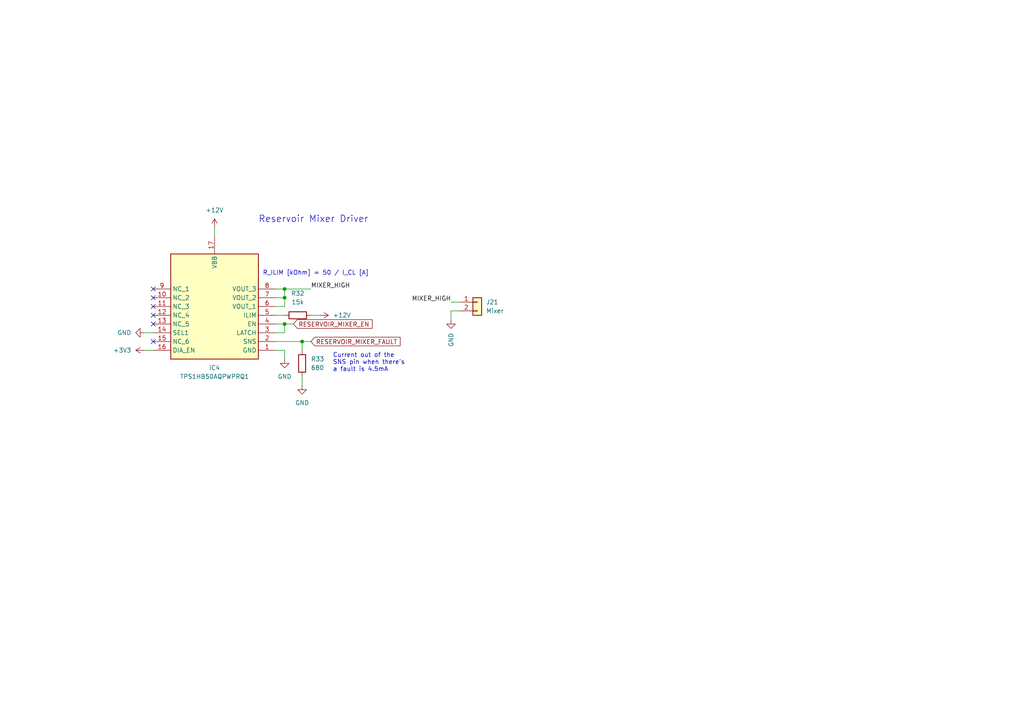
<source format=kicad_sch>
(kicad_sch (version 20231120) (generator "eeschema") (generator_version "8.0")
  (paper "A4")
  (lib_symbols
    (symbol "Connector_Generic:Conn_01x02" (pin_names (offset 1.016) hide)
      (property "Reference" "J" (at 0 2.54 0))
      (property "Value" "Conn_01x02" (at 0 -5.08 0))
      (symbol "Conn_01x02_1_1"
        (rectangle (start -1.27 -2.413) (end 0 -2.667) (stroke (width 0.1524)))
        (rectangle (start -1.27 0.127) (end 0 -0.127) (stroke (width 0.1524)))
        (rectangle (start -1.27 1.27) (end 1.27 -3.81) (stroke (width 0.254)) (fill (type background)))
        (pin passive line (at -5.08 0 0) (length 3.81) (name "Pin_1") (number "1"))
        (pin passive line (at -5.08 -2.54 0) (length 3.81) (name "Pin_2") (number "2"))
      )
    )
    (symbol "Device:R" (pin_numbers hide) (pin_names (offset 0))
      (property "Reference" "R" (at 2.032 0 90))
      (property "Value" "R" (at 0 0 90))
      (symbol "R_0_1"
        (rectangle (start -1.016 -2.54) (end 1.016 2.54) (stroke (width 0.254)))
      )
      (symbol "R_1_1"
        (pin passive line (at 0 3.81 270) (length 1.27) (name "~") (number "1"))
        (pin passive line (at 0 -3.81 90) (length 1.27) (name "~") (number "2"))
      )
    )
    (symbol "TPS1HB50AQPWPRQ1:TPS1HB50AQPWPRQ1"
      (property "Reference" "IC" (at 31.75 7.62 0))
      (property "Value" "TPS1HB50AQPWPRQ1" (at 31.75 5.08 0))
      (symbol "TPS1HB50AQPWPRQ1_1_1"
        (rectangle (start 5.08 2.54) (end 30.48 -27.94) (stroke (width 0.254)) (fill (type background)))
        (pin passive line (at 0 0 0) (length 5.08) (name "GND") (number "1"))
        (pin passive line (at 35.56 -15.24 180) (length 5.08) (name "NC_2") (number "10"))
        (pin passive line (at 35.56 -12.7 180) (length 5.08) (name "NC_3") (number "11"))
        (pin passive line (at 35.56 -10.16 180) (length 5.08) (name "NC_4") (number "12"))
        (pin passive line (at 35.56 -7.62 180) (length 5.08) (name "NC_5") (number "13"))
        (pin passive line (at 35.56 -5.08 180) (length 5.08) (name "SEL1") (number "14"))
        (pin passive line (at 35.56 -2.54 180) (length 5.08) (name "NC_6") (number "15"))
        (pin passive line (at 35.56 0 180) (length 5.08) (name "DIA_EN") (number "16"))
        (pin passive line (at 17.78 -33.02 90) (length 5.08) (name "VBB") (number "17"))
        (pin passive line (at 0 -2.54 0) (length 5.08) (name "SNS") (number "2"))
        (pin passive line (at 0 -5.08 0) (length 5.08) (name "LATCH") (number "3"))
        (pin passive line (at 0 -7.62 0) (length 5.08) (name "EN") (number "4"))
        (pin passive line (at 0 -10.16 0) (length 5.08) (name "ILIM") (number "5"))
        (pin passive line (at 0 -12.7 0) (length 5.08) (name "VOUT_1") (number "6"))
        (pin passive line (at 0 -15.24 0) (length 5.08) (name "VOUT_2") (number "7"))
        (pin passive line (at 0 -17.78 0) (length 5.08) (name "VOUT_3") (number "8"))
        (pin passive line (at 35.56 -17.78 180) (length 5.08) (name "NC_1") (number "9"))
      )
    )
    (symbol "power:+12V" (power) (pin_names (offset 0))
      (property "Value" "+12V" (at 0 3.556 0))
      (symbol "+12V_0_1"
        (polyline (pts (xy -0.762 1.27) (xy 0 2.54)))
        (polyline (pts (xy 0 0) (xy 0 2.54)))
        (polyline (pts (xy 0 2.54) (xy 0.762 1.27)))
      )
      (symbol "+12V_1_1"
        (pin power_in line (at 0 0 90) (length 0) hide (name "+12V") (number "1"))
      )
    )
    (symbol "power:+3V3" (power) (pin_names (offset 0))
      (property "Value" "+3V3" (at 0 3.556 0))
      (symbol "+3V3_0_1"
        (polyline (pts (xy -0.762 1.27) (xy 0 2.54)))
        (polyline (pts (xy 0 0) (xy 0 2.54)))
        (polyline (pts (xy 0 2.54) (xy 0.762 1.27)))
      )
      (symbol "+3V3_1_1"
        (pin power_in line (at 0 0 90) (length 0) hide (name "+3V3") (number "1"))
      )
    )
    (symbol "power:GND" (power) (pin_names (offset 0))
      (property "Value" "GND" (at 0 -3.81 0))
      (symbol "GND_0_1"
        (polyline (pts (xy 0 0) (xy 0 -1.27) (xy 1.27 -1.27) (xy 0 -2.54) (xy -1.27 -1.27) (xy 0 -1.27)))
      )
      (symbol "GND_1_1"
        (pin power_in line (at 0 0 270) (length 0) hide (name "GND") (number "1"))
      )
    )
  )
  (junction (at 87.63 99.06))
  (junction (at 82.55 93.98))
  (junction (at 82.55 86.36))
  (junction (at 82.55 83.82))
  (no_connect (at 44.45 93.98))
  (no_connect (at 44.45 86.36))
  (no_connect (at 44.45 91.44))
  (no_connect (at 44.45 99.06))
  (no_connect (at 44.45 88.9))
  (no_connect (at 44.45 83.82))
  (wire (pts (xy 80.01 99.06) (xy 87.63 99.06)))
  (wire (pts (xy 82.55 88.9) (xy 80.01 88.9)))
  (wire (pts (xy 82.55 83.82) (xy 82.55 86.36)))
  (wire (pts (xy 80.01 101.6) (xy 82.55 101.6)))
  (wire (pts (xy 87.63 99.06) (xy 87.63 101.6)))
  (wire (pts (xy 82.55 86.36) (xy 82.55 88.9)))
  (wire (pts (xy 80.01 96.52) (xy 82.55 96.52)))
  (wire (pts (xy 80.01 91.44) (xy 82.55 91.44)))
  (wire (pts (xy 82.55 96.52) (xy 82.55 93.98)))
  (wire (pts (xy 87.63 109.22) (xy 87.63 111.76)))
  (wire (pts (xy 130.81 87.63) (xy 133.35 87.63)))
  (wire (pts (xy 82.55 83.82) (xy 90.17 83.82)))
  (wire (pts (xy 80.01 93.98) (xy 82.55 93.98)))
  (wire (pts (xy 130.81 90.17) (xy 133.35 90.17)))
  (wire (pts (xy 87.63 99.06) (xy 90.17 99.06)))
  (wire (pts (xy 130.81 92.71) (xy 130.81 90.17)))
  (wire (pts (xy 41.91 101.6) (xy 44.45 101.6)))
  (wire (pts (xy 41.91 96.52) (xy 44.45 96.52)))
  (wire (pts (xy 80.01 86.36) (xy 82.55 86.36)))
  (wire (pts (xy 82.55 104.14) (xy 82.55 101.6)))
  (wire (pts (xy 82.55 93.98) (xy 85.09 93.98)))
  (wire (pts (xy 90.17 91.44) (xy 92.71 91.44)))
  (wire (pts (xy 80.01 83.82) (xy 82.55 83.82)))
  (wire (pts (xy 62.23 68.58) (xy 62.23 66.04)))
  (text "R_ILIM [kOhm] = 50 / I_CL [A]" (at 76.2 80.01 0) (effects (font (size 1.27 1.27)) (justify left bottom)))
  (text "Reservoir Mixer Driver" (at 74.93 64.77 0) (effects (font (size 1.905 1.905)) (justify left bottom)))
  (text "Current out of the\nSNS pin when there's\na fault is 4.5mA" (at 96.52 107.95 0) (effects (font (size 1.27 1.27)) (justify left bottom)))
  (label "MIXER_HIGH" (at 130.81 87.63 180))
  (label "MIXER_HIGH" (at 90.17 83.82 0))
  (global_label "RESERVOIR_MIXER_EN" (shape input) (at 85.09 93.98 0) (property "Intersheetrefs" "${INTERSHEET_REFS}" (effects (hide yes))))
  (global_label "RESERVOIR_MIXER_FAULT" (shape input) (at 90.17 99.06 0) (property "Intersheetrefs" "${INTERSHEET_REFS}" (effects (hide yes))))
  (symbol (lib_id "power:GND") (at 82.55 104.14 0) (unit 1)
    (property "Reference" "#PWR0159" (effects (hide yes)))
    (property "Value" "GND" (at 82.55 109.22 0))
  )
  (symbol (lib_id "Connector_Generic:Conn_01x02") (at 138.43 87.63 0) (unit 1)
    (property "Reference" "J21" (at 140.97 87.63 0) (effects (justify left)))
    (property "Value" "Mixer" (at 140.97 90.17 0) (effects (justify left)))
    (property "Footprint" "Connector_JST:JST_XA_S02B-XASK-1_1x02_P2.50mm_Horizontal" (effects (hide yes)))
  )
  (symbol (lib_id "Device:R") (at 86.36 91.44 90) (unit 1)
    (property "Reference" "R32" (at 86.36 85.09 90))
    (property "Value" "15k" (at 86.36 87.63 90))
    (property "Footprint" "Resistor_SMD:R_0603_1608Metric_Pad0.98x0.95mm_HandSolder" (effects (hide yes)))
  )
  (symbol (lib_id "Device:R") (at 87.63 105.41 0) (unit 1)
    (property "Reference" "R33" (at 90.17 104.14 0) (effects (justify left)))
    (property "Value" "680" (at 90.17 106.68 0) (effects (justify left)))
    (property "Footprint" "Resistor_SMD:R_0603_1608Metric_Pad0.98x0.95mm_HandSolder" (effects (hide yes)))
  )
  (symbol (lib_id "power:GND") (at 130.81 92.71 0) (unit 1)
    (property "Reference" "#PWR0162" (effects (hide yes)))
    (property "Value" "GND" (at 130.81 96.52 90) (effects (justify right)))
  )
  (symbol (lib_id "power:GND") (at 41.91 96.52 270) (unit 1)
    (property "Reference" "#PWR0156" (effects (hide yes)))
    (property "Value" "GND" (at 38.1 96.52 90) (effects (justify right)))
  )
  (symbol (lib_id "power:+12V") (at 62.23 66.04 0) (unit 1)
    (property "Reference" "#PWR0158" (effects (hide yes)))
    (property "Value" "+12V" (at 62.23 60.96 0))
  )
  (symbol (lib_id "power:+12V") (at 92.71 91.44 270) (unit 1)
    (property "Reference" "#PWR0161" (effects (hide yes)))
    (property "Value" "+12V" (at 96.52 91.44 90) (effects (justify left)))
  )
  (symbol (lib_id "power:+3V3") (at 41.91 101.6 90) (unit 1)
    (property "Reference" "#PWR0157" (effects (hide yes)))
    (property "Value" "+3V3" (at 38.1 101.6 90) (effects (justify left)))
  )
  (symbol (lib_id "power:GND") (at 87.63 111.76 0) (unit 1)
    (property "Reference" "#PWR0160" (effects (hide yes)))
    (property "Value" "GND" (at 87.63 116.84 0))
  )
  (symbol (lib_id "TPS1HB50AQPWPRQ1:TPS1HB50AQPWPRQ1") (at 80.01 101.6 180) (unit 1)
    (property "Reference" "IC4" (at 62.23 106.68 0))
    (property "Value" "TPS1HB50AQPWPRQ1" (at 62.23 109.22 0))
    (property "Footprint" "Package_SO:HTSSOP-16-1EP_4.4x5mm_P0.65mm_EP3.4x5mm_Mask3x3mm_ThermalVias" (effects (hide yes)))
    (property "Datasheet" "https://www.ti.com/lit/ds/symlink/tps1hb50-q1.pdf?ts=1623230903557&ref_url=https%253A%252F%252Fwww.ti.com%252Fstore%252Fti%252Fen%252Fp%252Fproduct%252F%253Fp%253DTPS1HB50AQPWPRQ1%2526keyMatch%253DTPS1HB50AQPWPRQ1%2526tisearch%253Dsearch-everything%2526us" (effects (hide yes)))
    (property "Height" "1.2" (effects (hide yes)))
    (property "Manufacturer_Name" "Texas Instruments" (effects (hide yes)))
    (property "Manufacturer_Part_Number" "TPS1HB50AQPWPRQ1" (effects (hide yes)))
    (property "Mouser Part Number" "595-TPS1HB50AQPWPRQ1" (effects (hide yes)))
    (property "Mouser Price/Stock" "https://www.mouser.co.uk/ProductDetail/Texas-Instruments/TPS1HB50AQPWPRQ1?qs=KUoIvG%2F9Ilb5Sav9qhsjzQ%3D%3D" (effects (hide yes)))
  )
)
</source>
